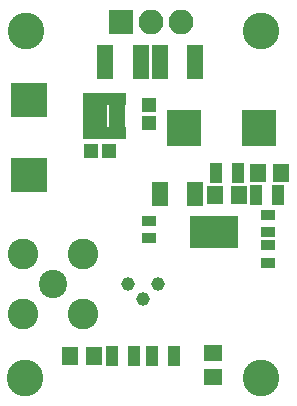
<source format=gbr>
G04 #@! TF.FileFunction,Soldermask,Top*
%FSLAX46Y46*%
G04 Gerber Fmt 4.6, Leading zero omitted, Abs format (unit mm)*
G04 Created by KiCad (PCBNEW 4.0.6) date 12/13/17 11:39:51*
%MOMM*%
%LPD*%
G01*
G04 APERTURE LIST*
%ADD10C,0.100000*%
%ADD11R,1.050000X0.700000*%
%ADD12R,1.175000X1.640000*%
%ADD13R,1.470000X2.050000*%
%ADD14R,0.650000X1.100000*%
%ADD15R,1.290000X1.225000*%
%ADD16R,1.400000X2.900000*%
%ADD17R,1.200000X1.150000*%
%ADD18R,1.150000X1.200000*%
%ADD19C,2.600000*%
%ADD20C,2.400000*%
%ADD21R,1.300000X0.900000*%
%ADD22R,2.100000X2.100000*%
%ADD23O,2.100000X2.100000*%
%ADD24R,1.400000X2.000000*%
%ADD25R,2.950000X3.100000*%
%ADD26R,3.100000X2.950000*%
%ADD27R,1.400000X1.650000*%
%ADD28R,1.650000X1.400000*%
%ADD29R,1.100000X1.700000*%
%ADD30C,3.100000*%
%ADD31C,1.150000*%
G04 APERTURE END LIST*
D10*
D11*
X142800000Y-102850000D03*
X142800000Y-103350000D03*
X142800000Y-103850000D03*
X142800000Y-104350000D03*
X142800000Y-104850000D03*
X145900000Y-104850000D03*
X145900000Y-104350000D03*
X145900000Y-103850000D03*
X145900000Y-103350000D03*
X145900000Y-102850000D03*
D12*
X144737500Y-104470000D03*
X144737500Y-103230000D03*
X143962500Y-104470000D03*
X143962500Y-103230000D03*
D13*
X136150000Y-94050000D03*
D14*
X133550000Y-92600000D03*
X134050000Y-92600000D03*
X134550000Y-92600000D03*
X135050000Y-92600000D03*
X135550000Y-92600000D03*
X136050000Y-92600000D03*
X136550000Y-92600000D03*
X136550000Y-95500000D03*
X136050000Y-95500000D03*
X135550000Y-95500000D03*
X135050000Y-95500000D03*
X134550000Y-95500000D03*
X134050000Y-95500000D03*
X133550000Y-95500000D03*
D15*
X133805000Y-94462500D03*
X133805000Y-93637500D03*
X134695000Y-93637500D03*
X134695000Y-94462500D03*
D16*
X135150000Y-89450000D03*
X138150000Y-89450000D03*
X139750000Y-89450000D03*
X142750000Y-89450000D03*
D17*
X135450000Y-97000000D03*
X133950000Y-97000000D03*
D18*
X138850000Y-94650000D03*
X138850000Y-93150000D03*
D19*
X128210000Y-110790000D03*
X128210000Y-105710000D03*
X133290000Y-105710000D03*
X133290000Y-110790000D03*
D20*
X130750000Y-108250000D03*
D21*
X138850000Y-102900000D03*
X138850000Y-104400000D03*
D22*
X136470000Y-86050000D03*
D23*
X139010000Y-86050000D03*
X141550000Y-86050000D03*
D24*
X139750000Y-100650000D03*
X142750000Y-100650000D03*
D25*
X141800000Y-95050000D03*
X148150000Y-95050000D03*
D26*
X128650000Y-92650000D03*
X128650000Y-99000000D03*
D27*
X146450000Y-100750000D03*
X144450000Y-100750000D03*
X150050000Y-98850000D03*
X148050000Y-98850000D03*
D28*
X144250000Y-116150000D03*
X144250000Y-114150000D03*
D27*
X134150000Y-114350000D03*
X132150000Y-114350000D03*
D29*
X146400000Y-98850000D03*
X144500000Y-98850000D03*
X149800000Y-100750000D03*
X147900000Y-100750000D03*
D21*
X148950000Y-105000000D03*
X148950000Y-106500000D03*
X148950000Y-102400000D03*
X148950000Y-103900000D03*
D29*
X139100000Y-114350000D03*
X141000000Y-114350000D03*
X135700000Y-114350000D03*
X137600000Y-114350000D03*
D30*
X128375000Y-116200000D03*
X148300000Y-116225000D03*
X148325000Y-86875000D03*
X128400000Y-86875000D03*
D31*
X138320000Y-109520000D03*
X137050000Y-108250000D03*
X139590000Y-108250000D03*
M02*

</source>
